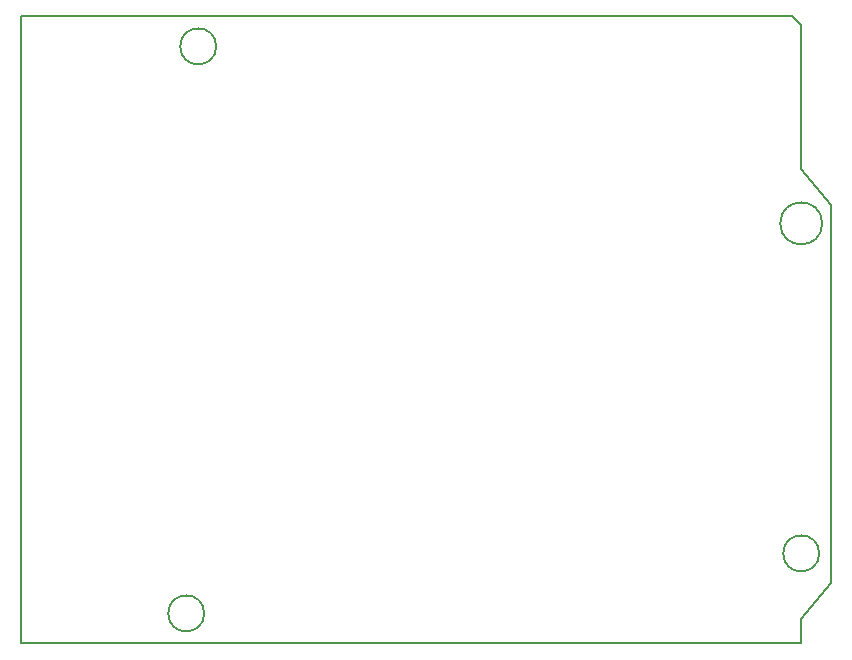
<source format=gm1>
G04 #@! TF.FileFunction,Profile,NP*
%FSLAX46Y46*%
G04 Gerber Fmt 4.6, Leading zero omitted, Abs format (unit mm)*
G04 Created by KiCad (PCBNEW 4.0.5+dfsg1-4) date Sun Mar 15 11:09:47 2020*
%MOMM*%
%LPD*%
G01*
G04 APERTURE LIST*
%ADD10C,0.100000*%
%ADD11C,0.150000*%
G04 APERTURE END LIST*
D10*
D11*
X179578000Y-71882000D02*
X180340000Y-72644000D01*
X129794000Y-122428000D02*
G75*
G03X129794000Y-122428000I-1524000J0D01*
G01*
X181864000Y-117348000D02*
G75*
G03X181864000Y-117348000I-1524000J0D01*
G01*
X182118000Y-89408000D02*
G75*
G03X182118000Y-89408000I-1778000J0D01*
G01*
X130810000Y-74422000D02*
G75*
G03X130810000Y-74422000I-1524000J0D01*
G01*
X180340000Y-122936000D02*
X180340000Y-124968000D01*
X182880000Y-119888000D02*
X180340000Y-122936000D01*
X182880000Y-87884000D02*
X182880000Y-119888000D01*
X180340000Y-84836000D02*
X182880000Y-87884000D01*
X180340000Y-72644000D02*
X180340000Y-84836000D01*
X114300000Y-71882000D02*
X179578000Y-71882000D01*
X114300000Y-124968000D02*
X114300000Y-71882000D01*
X180340000Y-124968000D02*
X114300000Y-124968000D01*
M02*

</source>
